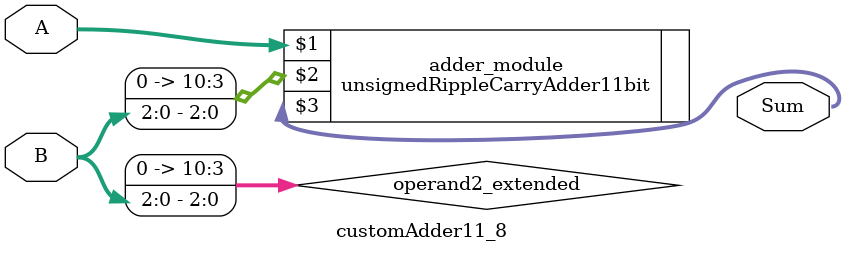
<source format=v>

module customAdder11_8(
                    input [10 : 0] A,
                    input [2 : 0] B,
                    
                    output [11 : 0] Sum
            );

    wire [10 : 0] operand2_extended;
    
    assign operand2_extended =  {8'b0, B};
    
    unsignedRippleCarryAdder11bit adder_module(
        A,
        operand2_extended,
        Sum
    );
    
endmodule
        
</source>
